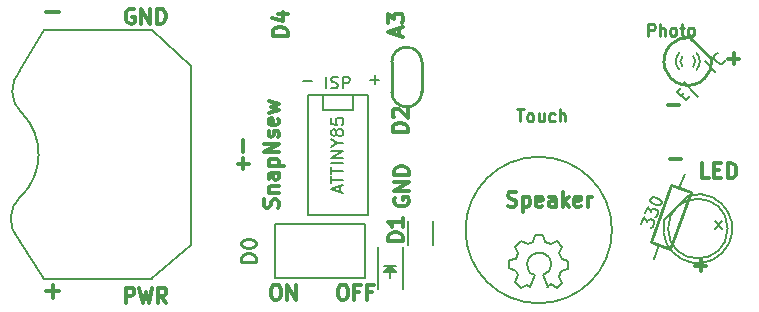
<source format=gto>
G04 #@! TF.FileFunction,Legend,Top*
%FSLAX46Y46*%
G04 Gerber Fmt 4.6, Leading zero omitted, Abs format (unit mm)*
G04 Created by KiCad (PCBNEW (2015-08-15 BZR 6092)-product) date 11/30/2015 7:36:40 PM*
%MOMM*%
G01*
G04 APERTURE LIST*
%ADD10C,0.100000*%
%ADD11C,0.300000*%
%ADD12C,0.254000*%
%ADD13C,0.150000*%
%ADD14C,0.152400*%
%ADD15C,0.200000*%
G04 APERTURE END LIST*
D10*
D11*
X168553191Y-92800714D02*
X169520810Y-92800714D01*
X173633191Y-88863714D02*
X174600810Y-88863714D01*
X174117000Y-89347524D02*
X174117000Y-88379905D01*
X140903477Y-108016524D02*
X141145381Y-108016524D01*
X141266334Y-108077000D01*
X141387286Y-108197952D01*
X141447762Y-108439857D01*
X141447762Y-108863190D01*
X141387286Y-109105095D01*
X141266334Y-109226048D01*
X141145381Y-109286524D01*
X140903477Y-109286524D01*
X140782524Y-109226048D01*
X140661572Y-109105095D01*
X140601096Y-108863190D01*
X140601096Y-108439857D01*
X140661572Y-108197952D01*
X140782524Y-108077000D01*
X140903477Y-108016524D01*
X142415381Y-108621286D02*
X141992048Y-108621286D01*
X141992048Y-109286524D02*
X141992048Y-108016524D01*
X142596810Y-108016524D01*
X143503952Y-108621286D02*
X143080619Y-108621286D01*
X143080619Y-109286524D02*
X143080619Y-108016524D01*
X143685381Y-108016524D01*
X168680191Y-97372714D02*
X169647810Y-97372714D01*
X170839191Y-106389714D02*
X171806810Y-106389714D01*
X171323000Y-106873524D02*
X171323000Y-105905905D01*
X172030572Y-98999524D02*
X171425810Y-98999524D01*
X171425810Y-97729524D01*
X172453905Y-98334286D02*
X172877238Y-98334286D01*
X173058667Y-98999524D02*
X172453905Y-98999524D01*
X172453905Y-97729524D01*
X173058667Y-97729524D01*
X173602953Y-98999524D02*
X173602953Y-97729524D01*
X173905334Y-97729524D01*
X174086762Y-97790000D01*
X174207715Y-97910952D01*
X174268191Y-98031905D01*
X174328667Y-98273810D01*
X174328667Y-98455238D01*
X174268191Y-98697143D01*
X174207715Y-98818095D01*
X174086762Y-98939048D01*
X173905334Y-98999524D01*
X173602953Y-98999524D01*
X135515048Y-101503238D02*
X135575524Y-101321810D01*
X135575524Y-101019429D01*
X135515048Y-100898476D01*
X135454571Y-100838000D01*
X135333619Y-100777524D01*
X135212667Y-100777524D01*
X135091714Y-100838000D01*
X135031238Y-100898476D01*
X134970762Y-101019429D01*
X134910286Y-101261333D01*
X134849810Y-101382286D01*
X134789333Y-101442762D01*
X134668381Y-101503238D01*
X134547429Y-101503238D01*
X134426476Y-101442762D01*
X134366000Y-101382286D01*
X134305524Y-101261333D01*
X134305524Y-100958953D01*
X134366000Y-100777524D01*
X134728857Y-100233238D02*
X135575524Y-100233238D01*
X134849810Y-100233238D02*
X134789333Y-100172762D01*
X134728857Y-100051809D01*
X134728857Y-99870381D01*
X134789333Y-99749429D01*
X134910286Y-99688952D01*
X135575524Y-99688952D01*
X135575524Y-98539904D02*
X134910286Y-98539904D01*
X134789333Y-98600381D01*
X134728857Y-98721333D01*
X134728857Y-98963238D01*
X134789333Y-99084190D01*
X135515048Y-98539904D02*
X135575524Y-98660857D01*
X135575524Y-98963238D01*
X135515048Y-99084190D01*
X135394095Y-99144666D01*
X135273143Y-99144666D01*
X135152190Y-99084190D01*
X135091714Y-98963238D01*
X135091714Y-98660857D01*
X135031238Y-98539904D01*
X134728857Y-97935142D02*
X135998857Y-97935142D01*
X134789333Y-97935142D02*
X134728857Y-97814190D01*
X134728857Y-97572285D01*
X134789333Y-97451333D01*
X134849810Y-97390856D01*
X134970762Y-97330380D01*
X135333619Y-97330380D01*
X135454571Y-97390856D01*
X135515048Y-97451333D01*
X135575524Y-97572285D01*
X135575524Y-97814190D01*
X135515048Y-97935142D01*
X135575524Y-96786094D02*
X134305524Y-96786094D01*
X135575524Y-96060380D01*
X134305524Y-96060380D01*
X135515048Y-95516094D02*
X135575524Y-95395142D01*
X135575524Y-95153237D01*
X135515048Y-95032285D01*
X135394095Y-94971809D01*
X135333619Y-94971809D01*
X135212667Y-95032285D01*
X135152190Y-95153237D01*
X135152190Y-95334666D01*
X135091714Y-95455618D01*
X134970762Y-95516094D01*
X134910286Y-95516094D01*
X134789333Y-95455618D01*
X134728857Y-95334666D01*
X134728857Y-95153237D01*
X134789333Y-95032285D01*
X135515048Y-93943714D02*
X135575524Y-94064666D01*
X135575524Y-94306571D01*
X135515048Y-94427523D01*
X135394095Y-94487999D01*
X134910286Y-94487999D01*
X134789333Y-94427523D01*
X134728857Y-94306571D01*
X134728857Y-94064666D01*
X134789333Y-93943714D01*
X134910286Y-93883237D01*
X135031238Y-93883237D01*
X135152190Y-94487999D01*
X134728857Y-93459904D02*
X135575524Y-93218000D01*
X134970762Y-92976095D01*
X135575524Y-92734190D01*
X134728857Y-92492285D01*
D12*
X166847763Y-86946619D02*
X166847763Y-85930619D01*
X167234810Y-85930619D01*
X167331572Y-85979000D01*
X167379953Y-86027381D01*
X167428334Y-86124143D01*
X167428334Y-86269286D01*
X167379953Y-86366048D01*
X167331572Y-86414429D01*
X167234810Y-86462810D01*
X166847763Y-86462810D01*
X167863763Y-86946619D02*
X167863763Y-85930619D01*
X168299191Y-86946619D02*
X168299191Y-86414429D01*
X168250810Y-86317667D01*
X168154048Y-86269286D01*
X168008906Y-86269286D01*
X167912144Y-86317667D01*
X167863763Y-86366048D01*
X168928144Y-86946619D02*
X168831382Y-86898238D01*
X168783001Y-86849857D01*
X168734620Y-86753095D01*
X168734620Y-86462810D01*
X168783001Y-86366048D01*
X168831382Y-86317667D01*
X168928144Y-86269286D01*
X169073286Y-86269286D01*
X169170048Y-86317667D01*
X169218429Y-86366048D01*
X169266810Y-86462810D01*
X169266810Y-86753095D01*
X169218429Y-86849857D01*
X169170048Y-86898238D01*
X169073286Y-86946619D01*
X168928144Y-86946619D01*
X169557096Y-86269286D02*
X169944144Y-86269286D01*
X169702239Y-85930619D02*
X169702239Y-86801476D01*
X169750620Y-86898238D01*
X169847382Y-86946619D01*
X169944144Y-86946619D01*
X170427953Y-86946619D02*
X170331191Y-86898238D01*
X170282810Y-86849857D01*
X170234429Y-86753095D01*
X170234429Y-86462810D01*
X170282810Y-86366048D01*
X170331191Y-86317667D01*
X170427953Y-86269286D01*
X170573095Y-86269286D01*
X170669857Y-86317667D01*
X170718238Y-86366048D01*
X170766619Y-86462810D01*
X170766619Y-86753095D01*
X170718238Y-86849857D01*
X170669857Y-86898238D01*
X170573095Y-86946619D01*
X170427953Y-86946619D01*
D11*
X154988382Y-101352048D02*
X155169810Y-101412524D01*
X155472191Y-101412524D01*
X155593144Y-101352048D01*
X155653620Y-101291571D01*
X155714096Y-101170619D01*
X155714096Y-101049667D01*
X155653620Y-100928714D01*
X155593144Y-100868238D01*
X155472191Y-100807762D01*
X155230287Y-100747286D01*
X155109334Y-100686810D01*
X155048858Y-100626333D01*
X154988382Y-100505381D01*
X154988382Y-100384429D01*
X155048858Y-100263476D01*
X155109334Y-100203000D01*
X155230287Y-100142524D01*
X155532667Y-100142524D01*
X155714096Y-100203000D01*
X156258382Y-100565857D02*
X156258382Y-101835857D01*
X156258382Y-100626333D02*
X156379334Y-100565857D01*
X156621239Y-100565857D01*
X156742191Y-100626333D01*
X156802668Y-100686810D01*
X156863144Y-100807762D01*
X156863144Y-101170619D01*
X156802668Y-101291571D01*
X156742191Y-101352048D01*
X156621239Y-101412524D01*
X156379334Y-101412524D01*
X156258382Y-101352048D01*
X157891239Y-101352048D02*
X157770287Y-101412524D01*
X157528382Y-101412524D01*
X157407430Y-101352048D01*
X157346954Y-101231095D01*
X157346954Y-100747286D01*
X157407430Y-100626333D01*
X157528382Y-100565857D01*
X157770287Y-100565857D01*
X157891239Y-100626333D01*
X157951716Y-100747286D01*
X157951716Y-100868238D01*
X157346954Y-100989190D01*
X159040287Y-101412524D02*
X159040287Y-100747286D01*
X158979810Y-100626333D01*
X158858858Y-100565857D01*
X158616953Y-100565857D01*
X158496001Y-100626333D01*
X159040287Y-101352048D02*
X158919334Y-101412524D01*
X158616953Y-101412524D01*
X158496001Y-101352048D01*
X158435525Y-101231095D01*
X158435525Y-101110143D01*
X158496001Y-100989190D01*
X158616953Y-100928714D01*
X158919334Y-100928714D01*
X159040287Y-100868238D01*
X159645049Y-101412524D02*
X159645049Y-100142524D01*
X159766001Y-100928714D02*
X160128858Y-101412524D01*
X160128858Y-100565857D02*
X159645049Y-101049667D01*
X161156953Y-101352048D02*
X161036001Y-101412524D01*
X160794096Y-101412524D01*
X160673144Y-101352048D01*
X160612668Y-101231095D01*
X160612668Y-100747286D01*
X160673144Y-100626333D01*
X160794096Y-100565857D01*
X161036001Y-100565857D01*
X161156953Y-100626333D01*
X161217430Y-100747286D01*
X161217430Y-100868238D01*
X160612668Y-100989190D01*
X161761715Y-101412524D02*
X161761715Y-100565857D01*
X161761715Y-100807762D02*
X161822191Y-100686810D01*
X161882667Y-100626333D01*
X162003620Y-100565857D01*
X162124572Y-100565857D01*
D12*
X155756429Y-93169619D02*
X156337000Y-93169619D01*
X156046715Y-94185619D02*
X156046715Y-93169619D01*
X156820810Y-94185619D02*
X156724048Y-94137238D01*
X156675667Y-94088857D01*
X156627286Y-93992095D01*
X156627286Y-93701810D01*
X156675667Y-93605048D01*
X156724048Y-93556667D01*
X156820810Y-93508286D01*
X156965952Y-93508286D01*
X157062714Y-93556667D01*
X157111095Y-93605048D01*
X157159476Y-93701810D01*
X157159476Y-93992095D01*
X157111095Y-94088857D01*
X157062714Y-94137238D01*
X156965952Y-94185619D01*
X156820810Y-94185619D01*
X158030333Y-93508286D02*
X158030333Y-94185619D01*
X157594905Y-93508286D02*
X157594905Y-94040476D01*
X157643286Y-94137238D01*
X157740048Y-94185619D01*
X157885190Y-94185619D01*
X157981952Y-94137238D01*
X158030333Y-94088857D01*
X158949571Y-94137238D02*
X158852809Y-94185619D01*
X158659286Y-94185619D01*
X158562524Y-94137238D01*
X158514143Y-94088857D01*
X158465762Y-93992095D01*
X158465762Y-93701810D01*
X158514143Y-93605048D01*
X158562524Y-93556667D01*
X158659286Y-93508286D01*
X158852809Y-93508286D01*
X158949571Y-93556667D01*
X159385000Y-94185619D02*
X159385000Y-93169619D01*
X159820428Y-94185619D02*
X159820428Y-93653429D01*
X159772047Y-93556667D01*
X159675285Y-93508286D01*
X159530143Y-93508286D01*
X159433381Y-93556667D01*
X159385000Y-93605048D01*
D11*
X136337524Y-86916381D02*
X135067524Y-86916381D01*
X135067524Y-86614000D01*
X135128000Y-86432572D01*
X135248952Y-86311619D01*
X135369905Y-86251143D01*
X135611810Y-86190667D01*
X135793238Y-86190667D01*
X136035143Y-86251143D01*
X136156095Y-86311619D01*
X136277048Y-86432572D01*
X136337524Y-86614000D01*
X136337524Y-86916381D01*
X135490857Y-85102095D02*
X136337524Y-85102095D01*
X135007048Y-85404476D02*
X135914190Y-85706857D01*
X135914190Y-84920667D01*
X145753667Y-86886142D02*
X145753667Y-86281380D01*
X146116524Y-87007095D02*
X144846524Y-86583761D01*
X146116524Y-86160428D01*
X144846524Y-85858047D02*
X144846524Y-85071857D01*
X145330333Y-85495190D01*
X145330333Y-85313762D01*
X145390810Y-85192809D01*
X145451286Y-85132333D01*
X145572238Y-85071857D01*
X145874619Y-85071857D01*
X145995571Y-85132333D01*
X146056048Y-85192809D01*
X146116524Y-85313762D01*
X146116524Y-85676619D01*
X146056048Y-85797571D01*
X145995571Y-85858047D01*
X146497524Y-95044381D02*
X145227524Y-95044381D01*
X145227524Y-94742000D01*
X145288000Y-94560572D01*
X145408952Y-94439619D01*
X145529905Y-94379143D01*
X145771810Y-94318667D01*
X145953238Y-94318667D01*
X146195143Y-94379143D01*
X146316095Y-94439619D01*
X146437048Y-94560572D01*
X146497524Y-94742000D01*
X146497524Y-95044381D01*
X145348476Y-93834857D02*
X145288000Y-93774381D01*
X145227524Y-93653429D01*
X145227524Y-93351048D01*
X145288000Y-93230095D01*
X145348476Y-93169619D01*
X145469429Y-93109143D01*
X145590381Y-93109143D01*
X145771810Y-93169619D01*
X146497524Y-93895333D01*
X146497524Y-93109143D01*
X145415000Y-100662619D02*
X145354524Y-100783571D01*
X145354524Y-100965000D01*
X145415000Y-101146428D01*
X145535952Y-101267381D01*
X145656905Y-101327857D01*
X145898810Y-101388333D01*
X146080238Y-101388333D01*
X146322143Y-101327857D01*
X146443095Y-101267381D01*
X146564048Y-101146428D01*
X146624524Y-100965000D01*
X146624524Y-100844048D01*
X146564048Y-100662619D01*
X146503571Y-100602143D01*
X146080238Y-100602143D01*
X146080238Y-100844048D01*
X146624524Y-100057857D02*
X145354524Y-100057857D01*
X146624524Y-99332143D01*
X145354524Y-99332143D01*
X146624524Y-98727381D02*
X145354524Y-98727381D01*
X145354524Y-98425000D01*
X145415000Y-98243572D01*
X145535952Y-98122619D01*
X145656905Y-98062143D01*
X145898810Y-98001667D01*
X146080238Y-98001667D01*
X146322143Y-98062143D01*
X146443095Y-98122619D01*
X146564048Y-98243572D01*
X146624524Y-98425000D01*
X146624524Y-98727381D01*
D12*
X133670524Y-106093381D02*
X132400524Y-106093381D01*
X132400524Y-105791000D01*
X132461000Y-105609572D01*
X132581952Y-105488619D01*
X132702905Y-105428143D01*
X132944810Y-105367667D01*
X133126238Y-105367667D01*
X133368143Y-105428143D01*
X133489095Y-105488619D01*
X133610048Y-105609572D01*
X133670524Y-105791000D01*
X133670524Y-106093381D01*
X132400524Y-104581476D02*
X132400524Y-104460524D01*
X132461000Y-104339572D01*
X132521476Y-104279095D01*
X132642429Y-104218619D01*
X132884333Y-104158143D01*
X133186714Y-104158143D01*
X133428619Y-104218619D01*
X133549571Y-104279095D01*
X133610048Y-104339572D01*
X133670524Y-104460524D01*
X133670524Y-104581476D01*
X133610048Y-104702429D01*
X133549571Y-104762905D01*
X133428619Y-104823381D01*
X133186714Y-104883857D01*
X132884333Y-104883857D01*
X132642429Y-104823381D01*
X132521476Y-104762905D01*
X132461000Y-104702429D01*
X132400524Y-104581476D01*
D11*
X146116524Y-104315381D02*
X144846524Y-104315381D01*
X144846524Y-104013000D01*
X144907000Y-103831572D01*
X145027952Y-103710619D01*
X145148905Y-103650143D01*
X145390810Y-103589667D01*
X145572238Y-103589667D01*
X145814143Y-103650143D01*
X145935095Y-103710619D01*
X146056048Y-103831572D01*
X146116524Y-104013000D01*
X146116524Y-104315381D01*
X146116524Y-102380143D02*
X146116524Y-103105857D01*
X146116524Y-102743000D02*
X144846524Y-102743000D01*
X145027952Y-102863952D01*
X145148905Y-102984905D01*
X145209381Y-103105857D01*
X132104191Y-97753714D02*
X133071810Y-97753714D01*
X132588000Y-98237524D02*
X132588000Y-97269905D01*
X132551714Y-96749809D02*
X132551714Y-95782190D01*
X115887572Y-84943143D02*
X117030429Y-84943143D01*
X115887572Y-108565143D02*
X117030429Y-108565143D01*
X116459000Y-109136571D02*
X116459000Y-107993714D01*
X122639667Y-109540524D02*
X122639667Y-108270524D01*
X123123476Y-108270524D01*
X123244429Y-108331000D01*
X123304905Y-108391476D01*
X123365381Y-108512429D01*
X123365381Y-108693857D01*
X123304905Y-108814810D01*
X123244429Y-108875286D01*
X123123476Y-108935762D01*
X122639667Y-108935762D01*
X123788715Y-108270524D02*
X124091096Y-109540524D01*
X124333000Y-108633381D01*
X124574905Y-109540524D01*
X124877286Y-108270524D01*
X126086810Y-109540524D02*
X125663477Y-108935762D01*
X125361096Y-109540524D02*
X125361096Y-108270524D01*
X125844905Y-108270524D01*
X125965858Y-108331000D01*
X126026334Y-108391476D01*
X126086810Y-108512429D01*
X126086810Y-108693857D01*
X126026334Y-108814810D01*
X125965858Y-108875286D01*
X125844905Y-108935762D01*
X125361096Y-108935762D01*
X123365381Y-84709000D02*
X123244429Y-84648524D01*
X123063000Y-84648524D01*
X122881572Y-84709000D01*
X122760619Y-84829952D01*
X122700143Y-84950905D01*
X122639667Y-85192810D01*
X122639667Y-85374238D01*
X122700143Y-85616143D01*
X122760619Y-85737095D01*
X122881572Y-85858048D01*
X123063000Y-85918524D01*
X123183952Y-85918524D01*
X123365381Y-85858048D01*
X123425857Y-85797571D01*
X123425857Y-85374238D01*
X123183952Y-85374238D01*
X123970143Y-85918524D02*
X123970143Y-84648524D01*
X124695857Y-85918524D01*
X124695857Y-84648524D01*
X125300619Y-85918524D02*
X125300619Y-84648524D01*
X125603000Y-84648524D01*
X125784428Y-84709000D01*
X125905381Y-84829952D01*
X125965857Y-84950905D01*
X126026333Y-85192810D01*
X126026333Y-85374238D01*
X125965857Y-85616143D01*
X125905381Y-85737095D01*
X125784428Y-85858048D01*
X125603000Y-85918524D01*
X125300619Y-85918524D01*
X135230810Y-108016524D02*
X135472714Y-108016524D01*
X135593667Y-108077000D01*
X135714619Y-108197952D01*
X135775095Y-108439857D01*
X135775095Y-108863190D01*
X135714619Y-109105095D01*
X135593667Y-109226048D01*
X135472714Y-109286524D01*
X135230810Y-109286524D01*
X135109857Y-109226048D01*
X134988905Y-109105095D01*
X134928429Y-108863190D01*
X134928429Y-108439857D01*
X134988905Y-108197952D01*
X135109857Y-108077000D01*
X135230810Y-108016524D01*
X136319381Y-109286524D02*
X136319381Y-108016524D01*
X137045095Y-109286524D01*
X137045095Y-108016524D01*
D12*
X170479459Y-100195673D02*
X168808685Y-99587561D01*
X168808685Y-99587561D02*
X167071223Y-104361200D01*
X167071223Y-104361200D02*
X168741997Y-104969312D01*
X168741997Y-104969312D02*
X170479459Y-100195673D01*
D13*
X169524731Y-99848181D02*
X169959097Y-98654771D01*
X167787269Y-104621819D02*
X167352903Y-105815229D01*
X155826460Y-107228640D02*
X155567380Y-107789980D01*
X155567380Y-107789980D02*
X156105860Y-108308140D01*
X156105860Y-108308140D02*
X156626560Y-108038900D01*
X156626560Y-108038900D02*
X156905960Y-108198920D01*
X158346140Y-108178600D02*
X158676340Y-107988100D01*
X158676340Y-107988100D02*
X159115760Y-108318300D01*
X159115760Y-108318300D02*
X159588200Y-107828080D01*
X159588200Y-107828080D02*
X159306260Y-107348020D01*
X159306260Y-107348020D02*
X159496760Y-106878120D01*
X159496760Y-106878120D02*
X160106360Y-106690160D01*
X160106360Y-106690160D02*
X160106360Y-106009440D01*
X160106360Y-106009440D02*
X159547560Y-105869740D01*
X159547560Y-105869740D02*
X159346900Y-105298240D01*
X159346900Y-105298240D02*
X159616140Y-104828340D01*
X159616140Y-104828340D02*
X159146240Y-104317800D01*
X159146240Y-104317800D02*
X158628080Y-104579420D01*
X158628080Y-104579420D02*
X158158180Y-104378760D01*
X158158180Y-104378760D02*
X157988000Y-103837740D01*
X157988000Y-103837740D02*
X157297120Y-103819960D01*
X157297120Y-103819960D02*
X157086300Y-104368600D01*
X157086300Y-104368600D02*
X156667200Y-104538780D01*
X156667200Y-104538780D02*
X156116020Y-104269540D01*
X156116020Y-104269540D02*
X155597860Y-104797860D01*
X155597860Y-104797860D02*
X155846780Y-105338880D01*
X155846780Y-105338880D02*
X155676600Y-105818940D01*
X155676600Y-105818940D02*
X155127960Y-105918000D01*
X155127960Y-105918000D02*
X155117800Y-106619040D01*
X155117800Y-106619040D02*
X155676600Y-106819700D01*
X155676600Y-106819700D02*
X155816300Y-107218480D01*
X157957520Y-107198160D02*
X158257240Y-107048300D01*
X158257240Y-107048300D02*
X158457900Y-106850180D01*
X158457900Y-106850180D02*
X158607760Y-106448860D01*
X158607760Y-106448860D02*
X158607760Y-106050080D01*
X158607760Y-106050080D02*
X158457900Y-105699560D01*
X158457900Y-105699560D02*
X158005780Y-105349040D01*
X158005780Y-105349040D02*
X157556200Y-105298240D01*
X157556200Y-105298240D02*
X157157420Y-105399840D01*
X157157420Y-105399840D02*
X156756100Y-105747820D01*
X156756100Y-105747820D02*
X156606240Y-106199940D01*
X156606240Y-106199940D02*
X156657040Y-106697780D01*
X156657040Y-106697780D02*
X156905960Y-107000040D01*
X156905960Y-107000040D02*
X157256480Y-107198160D01*
X157256480Y-107198160D02*
X156905960Y-108198920D01*
X157957520Y-107198160D02*
X158356300Y-108198920D01*
X113728500Y-89852500D02*
X115697000Y-86487000D01*
X113601500Y-104203500D02*
X115697000Y-107569000D01*
X113728500Y-89827100D02*
G75*
G03X113855500Y-93510100I1905000J-1778000D01*
G01*
X113728500Y-100533200D02*
G75*
G03X113601500Y-104216200I1778000J-1905000D01*
G01*
X113728500Y-100584000D02*
G75*
G03X113855500Y-93472000I-3492500J3619500D01*
G01*
X128143000Y-104648000D02*
X124777500Y-107569000D01*
X124841000Y-86487000D02*
X128206500Y-89471500D01*
X128143000Y-89408000D02*
X128143000Y-104648000D01*
X115697000Y-86487000D02*
X124841000Y-86487000D01*
X115697000Y-107569000D02*
X124841000Y-107569000D01*
X141859000Y-91948000D02*
X141859000Y-93218000D01*
X141859000Y-93218000D02*
X139319000Y-93218000D01*
X139319000Y-93218000D02*
X139319000Y-91948000D01*
X143129000Y-91948000D02*
X143129000Y-102108000D01*
X143129000Y-102108000D02*
X138049000Y-102108000D01*
X138049000Y-102108000D02*
X138049000Y-91948000D01*
X138049000Y-91948000D02*
X143129000Y-91948000D01*
D12*
X147701000Y-89154000D02*
X147701000Y-91694000D01*
X145161000Y-89154000D02*
X145161000Y-91694000D01*
X146431000Y-87884000D02*
G75*
G03X145161000Y-89154000I0J-1270000D01*
G01*
X147701000Y-89154000D02*
G75*
G03X146431000Y-87884000I-1270000J0D01*
G01*
X145161000Y-91694000D02*
G75*
G03X146431000Y-92964000I1270000J0D01*
G01*
X146431000Y-92964000D02*
G75*
G03X147701000Y-91694000I0J1270000D01*
G01*
D13*
X168242674Y-102581215D02*
G75*
G03X170370919Y-100431598I2835352J-678811D01*
G01*
X168249598Y-102552919D02*
X170370919Y-100431598D01*
X173595962Y-103260026D02*
G75*
G03X173595962Y-103260026I-2517936J0D01*
G01*
X170936883Y-91932650D02*
X171113660Y-92109427D01*
X169876223Y-90871990D02*
X170936883Y-91932650D01*
X171643990Y-89104223D02*
X172527874Y-89988107D01*
D12*
X172244182Y-88885869D02*
X170448131Y-87089818D01*
D14*
X169783592Y-88652382D02*
G75*
G03X169783592Y-89550408I449013J-449013D01*
G01*
X169514185Y-88382975D02*
G75*
G03X169514185Y-89819815I718420J-718420D01*
G01*
X170681618Y-89550408D02*
G75*
G03X170681618Y-88652382I-449013J449013D01*
G01*
X170951026Y-89819816D02*
G75*
G03X170951026Y-88382974I-718421J718421D01*
G01*
D12*
X170413238Y-87077440D02*
G75*
G03X168795764Y-87664554I-180633J-2023955D01*
G01*
X168796871Y-87667040D02*
G75*
G03X168291074Y-89692296I1435734J-1434355D01*
G01*
X171669404Y-90534584D02*
G75*
G03X172254959Y-88932566I-1436799J1433189D01*
G01*
X169699837Y-91062309D02*
G75*
G03X171669446Y-90538236I532768J1960914D01*
G01*
X168286310Y-89685312D02*
G75*
G03X168795764Y-90538236I1946295J583917D01*
G01*
X168796596Y-90537545D02*
G75*
G03X169762040Y-91077051I1436009J1436150D01*
G01*
D13*
X142875000Y-102870000D02*
X142875000Y-107442000D01*
X135255000Y-102870000D02*
X135255000Y-107442000D01*
X135255000Y-102870000D02*
X142875000Y-102870000D01*
X142875000Y-107442000D02*
X135255000Y-107442000D01*
X163807140Y-103378000D02*
G75*
G03X163807140Y-103378000I-6200140J0D01*
G01*
X143984000Y-104784000D02*
X143984000Y-108384000D01*
X146084000Y-104784000D02*
X146084000Y-108384000D01*
X145334000Y-106834000D02*
X144734000Y-106834000D01*
X144734000Y-106834000D02*
X145034000Y-106534000D01*
X145034000Y-106534000D02*
X145234000Y-106734000D01*
X145234000Y-106734000D02*
X144984000Y-106734000D01*
X144984000Y-106734000D02*
X145034000Y-106684000D01*
X145534000Y-106434000D02*
X144534000Y-106434000D01*
X145034000Y-106934000D02*
X145034000Y-107434000D01*
X145034000Y-106434000D02*
X145534000Y-106934000D01*
X145534000Y-106934000D02*
X144534000Y-106934000D01*
X144534000Y-106934000D02*
X145034000Y-106434000D01*
X146499000Y-104632000D02*
X146499000Y-102632000D01*
X148649000Y-102632000D02*
X148649000Y-104632000D01*
X166304666Y-102874879D02*
X166516393Y-102293164D01*
X166760364Y-102736689D01*
X166809224Y-102602447D01*
X166886545Y-102529239D01*
X166947579Y-102500778D01*
X167053361Y-102488605D01*
X167277097Y-102570038D01*
X167350305Y-102647358D01*
X167378765Y-102708392D01*
X167390939Y-102814173D01*
X167293219Y-103082658D01*
X167215898Y-103155865D01*
X167154865Y-103184326D01*
X166630400Y-101979934D02*
X166842127Y-101398219D01*
X167086098Y-101841744D01*
X167134958Y-101707501D01*
X167212278Y-101634293D01*
X167273312Y-101605833D01*
X167379094Y-101593659D01*
X167602830Y-101675093D01*
X167676038Y-101752413D01*
X167704499Y-101813447D01*
X167716673Y-101919228D01*
X167618952Y-102187712D01*
X167541632Y-102260920D01*
X167480598Y-102289381D01*
X167053853Y-100816505D02*
X167086427Y-100727010D01*
X167163747Y-100653802D01*
X167224781Y-100625341D01*
X167330562Y-100613167D01*
X167525838Y-100633567D01*
X167749575Y-100715000D01*
X167912277Y-100824894D01*
X167985485Y-100902215D01*
X168013946Y-100963249D01*
X168026120Y-101069030D01*
X167993546Y-101158525D01*
X167916225Y-101231733D01*
X167855191Y-101260194D01*
X167749410Y-101272368D01*
X167554135Y-101251968D01*
X167330398Y-101170534D01*
X167167696Y-101060641D01*
X167094488Y-100983320D01*
X167066027Y-100922286D01*
X167053853Y-100816505D01*
X139612810Y-91384381D02*
X139612810Y-90384381D01*
X140041381Y-91336762D02*
X140184238Y-91384381D01*
X140422334Y-91384381D01*
X140517572Y-91336762D01*
X140565191Y-91289143D01*
X140612810Y-91193905D01*
X140612810Y-91098667D01*
X140565191Y-91003429D01*
X140517572Y-90955810D01*
X140422334Y-90908190D01*
X140231857Y-90860571D01*
X140136619Y-90812952D01*
X140089000Y-90765333D01*
X140041381Y-90670095D01*
X140041381Y-90574857D01*
X140089000Y-90479619D01*
X140136619Y-90432000D01*
X140231857Y-90384381D01*
X140469953Y-90384381D01*
X140612810Y-90432000D01*
X141041381Y-91384381D02*
X141041381Y-90384381D01*
X141422334Y-90384381D01*
X141517572Y-90432000D01*
X141565191Y-90479619D01*
X141612810Y-90574857D01*
X141612810Y-90717714D01*
X141565191Y-90812952D01*
X141517572Y-90860571D01*
X141422334Y-90908190D01*
X141041381Y-90908190D01*
X137668048Y-90749429D02*
X138429953Y-90749429D01*
X143708429Y-91058952D02*
X143708429Y-90297047D01*
X144089381Y-90677999D02*
X143327476Y-90677999D01*
X140755667Y-100170857D02*
X140755667Y-99694666D01*
X141041381Y-100266095D02*
X140041381Y-99932762D01*
X141041381Y-99599428D01*
X140041381Y-99408952D02*
X140041381Y-98837523D01*
X141041381Y-99123238D02*
X140041381Y-99123238D01*
X140041381Y-98647047D02*
X140041381Y-98075618D01*
X141041381Y-98361333D02*
X140041381Y-98361333D01*
X141041381Y-97742285D02*
X140041381Y-97742285D01*
X141041381Y-97266095D02*
X140041381Y-97266095D01*
X141041381Y-96694666D01*
X140041381Y-96694666D01*
X140565190Y-96028000D02*
X141041381Y-96028000D01*
X140041381Y-96361333D02*
X140565190Y-96028000D01*
X140041381Y-95694666D01*
X140469952Y-95218476D02*
X140422333Y-95313714D01*
X140374714Y-95361333D01*
X140279476Y-95408952D01*
X140231857Y-95408952D01*
X140136619Y-95361333D01*
X140089000Y-95313714D01*
X140041381Y-95218476D01*
X140041381Y-95027999D01*
X140089000Y-94932761D01*
X140136619Y-94885142D01*
X140231857Y-94837523D01*
X140279476Y-94837523D01*
X140374714Y-94885142D01*
X140422333Y-94932761D01*
X140469952Y-95027999D01*
X140469952Y-95218476D01*
X140517571Y-95313714D01*
X140565190Y-95361333D01*
X140660429Y-95408952D01*
X140850905Y-95408952D01*
X140946143Y-95361333D01*
X140993762Y-95313714D01*
X141041381Y-95218476D01*
X141041381Y-95027999D01*
X140993762Y-94932761D01*
X140946143Y-94885142D01*
X140850905Y-94837523D01*
X140660429Y-94837523D01*
X140565190Y-94885142D01*
X140517571Y-94932761D01*
X140469952Y-95027999D01*
X140041381Y-93932761D02*
X140041381Y-94408952D01*
X140517571Y-94456571D01*
X140469952Y-94408952D01*
X140422333Y-94313714D01*
X140422333Y-94075618D01*
X140469952Y-93980380D01*
X140517571Y-93932761D01*
X140612810Y-93885142D01*
X140850905Y-93885142D01*
X140946143Y-93932761D01*
X140993762Y-93980380D01*
X141041381Y-94075618D01*
X141041381Y-94313714D01*
X140993762Y-94408952D01*
X140946143Y-94456571D01*
D15*
X172490219Y-102638175D02*
X173136717Y-103284673D01*
X172490219Y-103284673D02*
X173136717Y-102638175D01*
D13*
X169674192Y-92033665D02*
X169909895Y-91797962D01*
X170381299Y-92067337D02*
X170044582Y-92404055D01*
X169337475Y-91696948D01*
X169674193Y-91360230D01*
X173352832Y-88961119D02*
X173352832Y-89028462D01*
X173285488Y-89163149D01*
X173218145Y-89230492D01*
X173083457Y-89297837D01*
X172948770Y-89297837D01*
X172847755Y-89264165D01*
X172679397Y-89163150D01*
X172578381Y-89062134D01*
X172477366Y-88893775D01*
X172443694Y-88792760D01*
X172443694Y-88658073D01*
X172511038Y-88523386D01*
X172578382Y-88456042D01*
X172713068Y-88388699D01*
X172780412Y-88388699D01*
M02*

</source>
